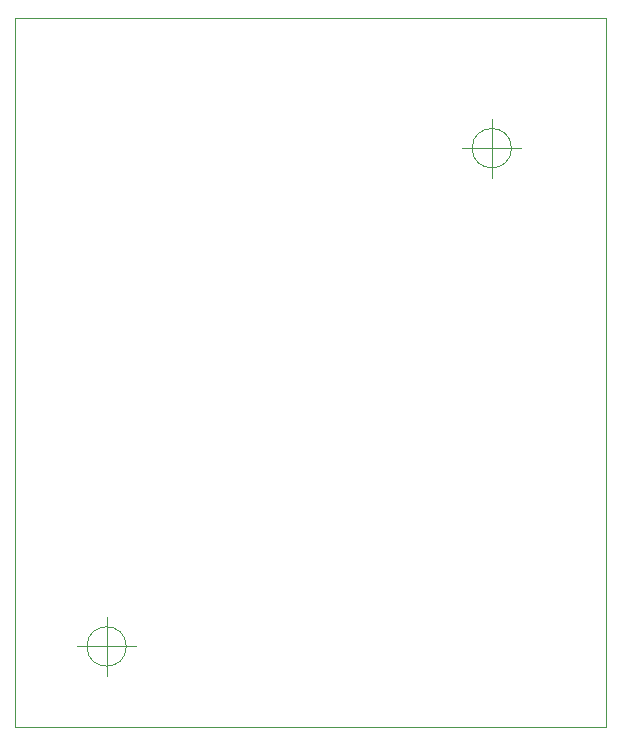
<source format=gbr>
%TF.GenerationSoftware,KiCad,Pcbnew,(5.1.10-1-10_14)*%
%TF.CreationDate,2021-06-24T14:46:10+02:00*%
%TF.ProjectId,RespiratorIF,52657370-6972-4617-946f-7249462e6b69,0.7*%
%TF.SameCoordinates,Original*%
%TF.FileFunction,Profile,NP*%
%FSLAX46Y46*%
G04 Gerber Fmt 4.6, Leading zero omitted, Abs format (unit mm)*
G04 Created by KiCad (PCBNEW (5.1.10-1-10_14)) date 2021-06-24 14:46:10*
%MOMM*%
%LPD*%
G01*
G04 APERTURE LIST*
%TA.AperFunction,Profile*%
%ADD10C,0.050000*%
%TD*%
G04 APERTURE END LIST*
D10*
X166077266Y-73146800D02*
G75*
G03*
X166077266Y-73146800I-1666666J0D01*
G01*
X161910600Y-73146800D02*
X166910600Y-73146800D01*
X164410600Y-70646800D02*
X164410600Y-75646800D01*
X133463666Y-115336200D02*
G75*
G03*
X133463666Y-115336200I-1666666J0D01*
G01*
X129297000Y-115336200D02*
X134297000Y-115336200D01*
X131797000Y-112836200D02*
X131797000Y-117836200D01*
X174050000Y-62150000D02*
X124050000Y-62150000D01*
X174050000Y-122150000D02*
X174050000Y-62150000D01*
X124050000Y-122150000D02*
X124050000Y-62150000D01*
X174050000Y-122150000D02*
X124050000Y-122150000D01*
M02*

</source>
